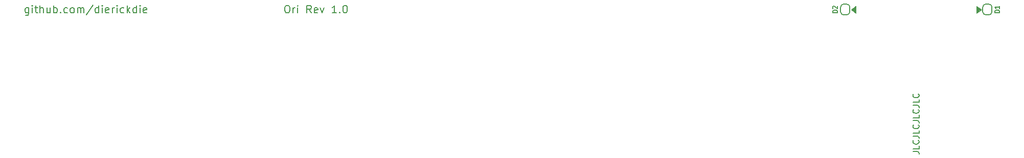
<source format=gbr>
G04 #@! TF.GenerationSoftware,KiCad,Pcbnew,(5.1.10-1-10_14)*
G04 #@! TF.CreationDate,2021-08-09T22:53:28-05:00*
G04 #@! TF.ProjectId,ori_top_plate,6f72695f-746f-4705-9f70-6c6174652e6b,rev?*
G04 #@! TF.SameCoordinates,Original*
G04 #@! TF.FileFunction,Legend,Top*
G04 #@! TF.FilePolarity,Positive*
%FSLAX46Y46*%
G04 Gerber Fmt 4.6, Leading zero omitted, Abs format (unit mm)*
G04 Created by KiCad (PCBNEW (5.1.10-1-10_14)) date 2021-08-09 22:53:28*
%MOMM*%
%LPD*%
G01*
G04 APERTURE LIST*
%ADD10C,0.150000*%
%ADD11C,0.200000*%
%ADD12C,0.100000*%
G04 APERTURE END LIST*
D10*
X378693061Y-83187967D02*
X379407347Y-83187967D01*
X379550204Y-83235586D01*
X379645442Y-83330824D01*
X379693061Y-83473681D01*
X379693061Y-83568920D01*
X379693061Y-82235586D02*
X379693061Y-82711777D01*
X378693061Y-82711777D01*
X379597823Y-81330824D02*
X379645442Y-81378443D01*
X379693061Y-81521300D01*
X379693061Y-81616539D01*
X379645442Y-81759396D01*
X379550204Y-81854634D01*
X379454966Y-81902253D01*
X379264490Y-81949872D01*
X379121633Y-81949872D01*
X378931157Y-81902253D01*
X378835919Y-81854634D01*
X378740681Y-81759396D01*
X378693061Y-81616539D01*
X378693061Y-81521300D01*
X378740681Y-81378443D01*
X378788300Y-81330824D01*
X378693061Y-80616539D02*
X379407347Y-80616539D01*
X379550204Y-80664158D01*
X379645442Y-80759396D01*
X379693061Y-80902253D01*
X379693061Y-80997491D01*
X379693061Y-79664158D02*
X379693061Y-80140348D01*
X378693061Y-80140348D01*
X379597823Y-78759396D02*
X379645442Y-78807015D01*
X379693061Y-78949872D01*
X379693061Y-79045110D01*
X379645442Y-79187967D01*
X379550204Y-79283205D01*
X379454966Y-79330824D01*
X379264490Y-79378443D01*
X379121633Y-79378443D01*
X378931157Y-79330824D01*
X378835919Y-79283205D01*
X378740681Y-79187967D01*
X378693061Y-79045110D01*
X378693061Y-78949872D01*
X378740681Y-78807015D01*
X378788300Y-78759396D01*
X378693061Y-78045110D02*
X379407347Y-78045110D01*
X379550204Y-78092729D01*
X379645442Y-78187967D01*
X379693061Y-78330824D01*
X379693061Y-78426062D01*
X379693061Y-77092729D02*
X379693061Y-77568920D01*
X378693061Y-77568920D01*
X379597823Y-76187967D02*
X379645442Y-76235586D01*
X379693061Y-76378443D01*
X379693061Y-76473681D01*
X379645442Y-76616539D01*
X379550204Y-76711777D01*
X379454966Y-76759396D01*
X379264490Y-76807015D01*
X379121633Y-76807015D01*
X378931157Y-76759396D01*
X378835919Y-76711777D01*
X378740681Y-76616539D01*
X378693061Y-76473681D01*
X378693061Y-76378443D01*
X378740681Y-76235586D01*
X378788300Y-76187967D01*
X378693061Y-75473681D02*
X379407347Y-75473681D01*
X379550204Y-75521300D01*
X379645442Y-75616539D01*
X379693061Y-75759396D01*
X379693061Y-75854634D01*
X379693061Y-74521300D02*
X379693061Y-74997491D01*
X378693061Y-74997491D01*
X379597823Y-73616539D02*
X379645442Y-73664158D01*
X379693061Y-73807015D01*
X379693061Y-73902253D01*
X379645442Y-74045110D01*
X379550204Y-74140348D01*
X379454966Y-74187967D01*
X379264490Y-74235586D01*
X379121633Y-74235586D01*
X378931157Y-74187967D01*
X378835919Y-74140348D01*
X378740681Y-74045110D01*
X378693061Y-73902253D01*
X378693061Y-73807015D01*
X378740681Y-73664158D01*
X378788300Y-73616539D01*
D11*
X232229330Y-59251046D02*
X232229330Y-60262951D01*
X232169806Y-60381999D01*
X232110282Y-60441523D01*
X231991235Y-60501046D01*
X231812663Y-60501046D01*
X231693616Y-60441523D01*
X232229330Y-60024856D02*
X232110282Y-60084380D01*
X231872187Y-60084380D01*
X231753139Y-60024856D01*
X231693616Y-59965332D01*
X231634092Y-59846284D01*
X231634092Y-59489142D01*
X231693616Y-59370094D01*
X231753139Y-59310570D01*
X231872187Y-59251046D01*
X232110282Y-59251046D01*
X232229330Y-59310570D01*
X232824568Y-60084380D02*
X232824568Y-59251046D01*
X232824568Y-58834380D02*
X232765044Y-58893904D01*
X232824568Y-58953427D01*
X232884092Y-58893904D01*
X232824568Y-58834380D01*
X232824568Y-58953427D01*
X233241235Y-59251046D02*
X233717425Y-59251046D01*
X233419806Y-58834380D02*
X233419806Y-59905808D01*
X233479330Y-60024856D01*
X233598378Y-60084380D01*
X233717425Y-60084380D01*
X234134092Y-60084380D02*
X234134092Y-58834380D01*
X234669806Y-60084380D02*
X234669806Y-59429618D01*
X234610282Y-59310570D01*
X234491235Y-59251046D01*
X234312663Y-59251046D01*
X234193616Y-59310570D01*
X234134092Y-59370094D01*
X235800758Y-59251046D02*
X235800758Y-60084380D01*
X235265044Y-59251046D02*
X235265044Y-59905808D01*
X235324568Y-60024856D01*
X235443616Y-60084380D01*
X235622187Y-60084380D01*
X235741235Y-60024856D01*
X235800758Y-59965332D01*
X236395997Y-60084380D02*
X236395997Y-58834380D01*
X236395997Y-59310570D02*
X236515044Y-59251046D01*
X236753139Y-59251046D01*
X236872187Y-59310570D01*
X236931711Y-59370094D01*
X236991235Y-59489142D01*
X236991235Y-59846284D01*
X236931711Y-59965332D01*
X236872187Y-60024856D01*
X236753139Y-60084380D01*
X236515044Y-60084380D01*
X236395997Y-60024856D01*
X237526949Y-59965332D02*
X237586473Y-60024856D01*
X237526949Y-60084380D01*
X237467425Y-60024856D01*
X237526949Y-59965332D01*
X237526949Y-60084380D01*
X238657901Y-60024856D02*
X238538854Y-60084380D01*
X238300758Y-60084380D01*
X238181711Y-60024856D01*
X238122187Y-59965332D01*
X238062663Y-59846284D01*
X238062663Y-59489142D01*
X238122187Y-59370094D01*
X238181711Y-59310570D01*
X238300758Y-59251046D01*
X238538854Y-59251046D01*
X238657901Y-59310570D01*
X239372187Y-60084380D02*
X239253139Y-60024856D01*
X239193616Y-59965332D01*
X239134092Y-59846284D01*
X239134092Y-59489142D01*
X239193616Y-59370094D01*
X239253139Y-59310570D01*
X239372187Y-59251046D01*
X239550758Y-59251046D01*
X239669806Y-59310570D01*
X239729330Y-59370094D01*
X239788854Y-59489142D01*
X239788854Y-59846284D01*
X239729330Y-59965332D01*
X239669806Y-60024856D01*
X239550758Y-60084380D01*
X239372187Y-60084380D01*
X240324568Y-60084380D02*
X240324568Y-59251046D01*
X240324568Y-59370094D02*
X240384092Y-59310570D01*
X240503139Y-59251046D01*
X240681711Y-59251046D01*
X240800758Y-59310570D01*
X240860282Y-59429618D01*
X240860282Y-60084380D01*
X240860282Y-59429618D02*
X240919806Y-59310570D01*
X241038854Y-59251046D01*
X241217425Y-59251046D01*
X241336473Y-59310570D01*
X241395997Y-59429618D01*
X241395997Y-60084380D01*
X242884092Y-58774856D02*
X241812663Y-60381999D01*
X243836473Y-60084380D02*
X243836473Y-58834380D01*
X243836473Y-60024856D02*
X243717425Y-60084380D01*
X243479330Y-60084380D01*
X243360282Y-60024856D01*
X243300758Y-59965332D01*
X243241235Y-59846284D01*
X243241235Y-59489142D01*
X243300758Y-59370094D01*
X243360282Y-59310570D01*
X243479330Y-59251046D01*
X243717425Y-59251046D01*
X243836473Y-59310570D01*
X244431711Y-60084380D02*
X244431711Y-59251046D01*
X244431711Y-58834380D02*
X244372187Y-58893904D01*
X244431711Y-58953427D01*
X244491235Y-58893904D01*
X244431711Y-58834380D01*
X244431711Y-58953427D01*
X245503139Y-60024856D02*
X245384092Y-60084380D01*
X245145997Y-60084380D01*
X245026949Y-60024856D01*
X244967425Y-59905808D01*
X244967425Y-59429618D01*
X245026949Y-59310570D01*
X245145997Y-59251046D01*
X245384092Y-59251046D01*
X245503139Y-59310570D01*
X245562663Y-59429618D01*
X245562663Y-59548665D01*
X244967425Y-59667713D01*
X246098378Y-60084380D02*
X246098378Y-59251046D01*
X246098378Y-59489142D02*
X246157901Y-59370094D01*
X246217425Y-59310570D01*
X246336473Y-59251046D01*
X246455520Y-59251046D01*
X246872187Y-60084380D02*
X246872187Y-59251046D01*
X246872187Y-58834380D02*
X246812663Y-58893904D01*
X246872187Y-58953427D01*
X246931711Y-58893904D01*
X246872187Y-58834380D01*
X246872187Y-58953427D01*
X248003139Y-60024856D02*
X247884092Y-60084380D01*
X247645997Y-60084380D01*
X247526949Y-60024856D01*
X247467425Y-59965332D01*
X247407901Y-59846284D01*
X247407901Y-59489142D01*
X247467425Y-59370094D01*
X247526949Y-59310570D01*
X247645997Y-59251046D01*
X247884092Y-59251046D01*
X248003139Y-59310570D01*
X248538854Y-60084380D02*
X248538854Y-58834380D01*
X248657901Y-59608189D02*
X249015044Y-60084380D01*
X249015044Y-59251046D02*
X248538854Y-59727237D01*
X250086473Y-60084380D02*
X250086473Y-58834380D01*
X250086473Y-60024856D02*
X249967425Y-60084380D01*
X249729330Y-60084380D01*
X249610282Y-60024856D01*
X249550758Y-59965332D01*
X249491235Y-59846284D01*
X249491235Y-59489142D01*
X249550758Y-59370094D01*
X249610282Y-59310570D01*
X249729330Y-59251046D01*
X249967425Y-59251046D01*
X250086473Y-59310570D01*
X250681711Y-60084380D02*
X250681711Y-59251046D01*
X250681711Y-58834380D02*
X250622187Y-58893904D01*
X250681711Y-58953427D01*
X250741235Y-58893904D01*
X250681711Y-58834380D01*
X250681711Y-58953427D01*
X251753139Y-60024856D02*
X251634092Y-60084380D01*
X251395997Y-60084380D01*
X251276949Y-60024856D01*
X251217425Y-59905808D01*
X251217425Y-59429618D01*
X251276949Y-59310570D01*
X251395997Y-59251046D01*
X251634092Y-59251046D01*
X251753139Y-59310570D01*
X251812663Y-59429618D01*
X251812663Y-59548665D01*
X251217425Y-59667713D01*
X274942457Y-58834380D02*
X275180552Y-58834380D01*
X275299600Y-58893904D01*
X275418648Y-59012951D01*
X275478171Y-59251046D01*
X275478171Y-59667713D01*
X275418648Y-59905808D01*
X275299600Y-60024856D01*
X275180552Y-60084380D01*
X274942457Y-60084380D01*
X274823410Y-60024856D01*
X274704362Y-59905808D01*
X274644838Y-59667713D01*
X274644838Y-59251046D01*
X274704362Y-59012951D01*
X274823410Y-58893904D01*
X274942457Y-58834380D01*
X276013886Y-60084380D02*
X276013886Y-59251046D01*
X276013886Y-59489142D02*
X276073410Y-59370094D01*
X276132933Y-59310570D01*
X276251981Y-59251046D01*
X276371029Y-59251046D01*
X276787695Y-60084380D02*
X276787695Y-59251046D01*
X276787695Y-58834380D02*
X276728171Y-58893904D01*
X276787695Y-58953427D01*
X276847219Y-58893904D01*
X276787695Y-58834380D01*
X276787695Y-58953427D01*
X279049600Y-60084380D02*
X278632933Y-59489142D01*
X278335314Y-60084380D02*
X278335314Y-58834380D01*
X278811505Y-58834380D01*
X278930552Y-58893904D01*
X278990076Y-58953427D01*
X279049600Y-59072475D01*
X279049600Y-59251046D01*
X278990076Y-59370094D01*
X278930552Y-59429618D01*
X278811505Y-59489142D01*
X278335314Y-59489142D01*
X280061505Y-60024856D02*
X279942457Y-60084380D01*
X279704362Y-60084380D01*
X279585314Y-60024856D01*
X279525790Y-59905808D01*
X279525790Y-59429618D01*
X279585314Y-59310570D01*
X279704362Y-59251046D01*
X279942457Y-59251046D01*
X280061505Y-59310570D01*
X280121029Y-59429618D01*
X280121029Y-59548665D01*
X279525790Y-59667713D01*
X280537695Y-59251046D02*
X280835314Y-60084380D01*
X281132933Y-59251046D01*
X283216267Y-60084380D02*
X282501981Y-60084380D01*
X282859124Y-60084380D02*
X282859124Y-58834380D01*
X282740076Y-59012951D01*
X282621029Y-59131999D01*
X282501981Y-59191523D01*
X283751981Y-59965332D02*
X283811505Y-60024856D01*
X283751981Y-60084380D01*
X283692457Y-60024856D01*
X283751981Y-59965332D01*
X283751981Y-60084380D01*
X284585314Y-58834380D02*
X284704362Y-58834380D01*
X284823410Y-58893904D01*
X284882933Y-58953427D01*
X284942457Y-59072475D01*
X285001981Y-59310570D01*
X285001981Y-59608189D01*
X284942457Y-59846284D01*
X284882933Y-59965332D01*
X284823410Y-60024856D01*
X284704362Y-60084380D01*
X284585314Y-60084380D01*
X284466267Y-60024856D01*
X284406743Y-59965332D01*
X284347219Y-59846284D01*
X284287695Y-59608189D01*
X284287695Y-59310570D01*
X284347219Y-59072475D01*
X284406743Y-58953427D01*
X284466267Y-58893904D01*
X284585314Y-58834380D01*
X368220360Y-59118904D02*
X368220360Y-59918904D01*
X367220398Y-58618904D02*
X367720360Y-58618904D01*
X366720360Y-59118904D02*
X366720360Y-59918904D01*
X367720322Y-60418904D02*
X367220360Y-60418904D01*
D12*
G36*
X368434560Y-59518904D02*
G01*
X369234560Y-58918904D01*
X369234560Y-60118904D01*
X368434560Y-59518904D01*
G37*
X368434560Y-59518904D02*
X369234560Y-58918904D01*
X369234560Y-60118904D01*
X368434560Y-59518904D01*
D11*
X368220360Y-59918904D02*
G75*
G02*
X367720360Y-60418904I-500000J0D01*
G01*
X367220360Y-60418904D02*
G75*
G02*
X366720360Y-59918904I0J500000D01*
G01*
X366720360Y-59118904D02*
G75*
G02*
X367220360Y-58618904I500000J0D01*
G01*
X367720360Y-58618904D02*
G75*
G02*
X368220360Y-59118904I0J-500000D01*
G01*
X390261370Y-59918840D02*
X390261370Y-59118840D01*
X391261332Y-60418840D02*
X390761370Y-60418840D01*
X391761370Y-59918840D02*
X391761370Y-59118840D01*
X390761408Y-58618840D02*
X391261370Y-58618840D01*
D12*
G36*
X390047170Y-59518840D02*
G01*
X389247170Y-60118840D01*
X389247170Y-58918840D01*
X390047170Y-59518840D01*
G37*
X390047170Y-59518840D02*
X389247170Y-60118840D01*
X389247170Y-58918840D01*
X390047170Y-59518840D01*
D11*
X390261370Y-59118840D02*
G75*
G02*
X390761370Y-58618840I500000J0D01*
G01*
X391261370Y-58618840D02*
G75*
G02*
X391761370Y-59118840I0J-500000D01*
G01*
X391761370Y-59918840D02*
G75*
G02*
X391261370Y-60418840I-500000J0D01*
G01*
X390761370Y-60418840D02*
G75*
G02*
X390261370Y-59918840I0J500000D01*
G01*
D10*
X366180264Y-60035570D02*
X365380264Y-60035570D01*
X365380264Y-59868904D01*
X365418360Y-59768904D01*
X365494550Y-59702237D01*
X365570740Y-59668904D01*
X365723121Y-59635570D01*
X365837407Y-59635570D01*
X365989788Y-59668904D01*
X366065979Y-59702237D01*
X366142169Y-59768904D01*
X366180264Y-59868904D01*
X366180264Y-60035570D01*
X365456455Y-59368904D02*
X365418360Y-59335570D01*
X365380264Y-59268904D01*
X365380264Y-59102237D01*
X365418360Y-59035570D01*
X365456455Y-59002237D01*
X365532645Y-58968904D01*
X365608836Y-58968904D01*
X365723121Y-59002237D01*
X366180264Y-59402237D01*
X366180264Y-58968904D01*
X393025274Y-60035506D02*
X392225274Y-60035506D01*
X392225274Y-59868840D01*
X392263370Y-59768840D01*
X392339560Y-59702173D01*
X392415750Y-59668840D01*
X392568131Y-59635506D01*
X392682417Y-59635506D01*
X392834798Y-59668840D01*
X392910989Y-59702173D01*
X392987179Y-59768840D01*
X393025274Y-59868840D01*
X393025274Y-60035506D01*
X393025274Y-58968840D02*
X393025274Y-59368840D01*
X393025274Y-59168840D02*
X392225274Y-59168840D01*
X392339560Y-59235506D01*
X392415750Y-59302173D01*
X392453846Y-59368840D01*
M02*

</source>
